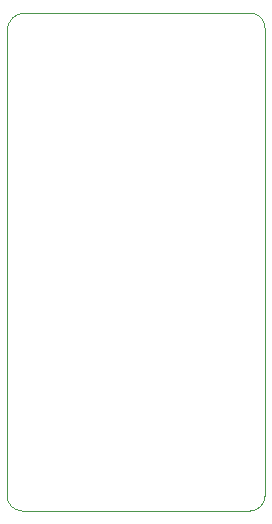
<source format=gbr>
%TF.GenerationSoftware,KiCad,Pcbnew,(6.0.7)*%
%TF.CreationDate,2023-06-10T06:11:36-04:00*%
%TF.ProjectId,atmega328pb_breakout,61746d65-6761-4333-9238-70625f627265,rev?*%
%TF.SameCoordinates,Original*%
%TF.FileFunction,Profile,NP*%
%FSLAX46Y46*%
G04 Gerber Fmt 4.6, Leading zero omitted, Abs format (unit mm)*
G04 Created by KiCad (PCBNEW (6.0.7)) date 2023-06-10 06:11:36*
%MOMM*%
%LPD*%
G01*
G04 APERTURE LIST*
%TA.AperFunction,Profile*%
%ADD10C,0.100000*%
%TD*%
G04 APERTURE END LIST*
D10*
X101092000Y-43688000D02*
G75*
G03*
X99568000Y-45212000I0J-1524000D01*
G01*
X99568000Y-84582000D02*
G75*
G03*
X100838000Y-85852000I1270000J0D01*
G01*
X120142000Y-85852000D02*
G75*
G03*
X121412000Y-84582000I0J1270000D01*
G01*
X121412000Y-44958000D02*
G75*
G03*
X120142000Y-43688000I-1270000J0D01*
G01*
X99568000Y-84582000D02*
X99568000Y-45212000D01*
X120142000Y-85852000D02*
X100838000Y-85852000D01*
X121412000Y-44958000D02*
X121412000Y-84582000D01*
X101092000Y-43688000D02*
X120142000Y-43688000D01*
M02*

</source>
